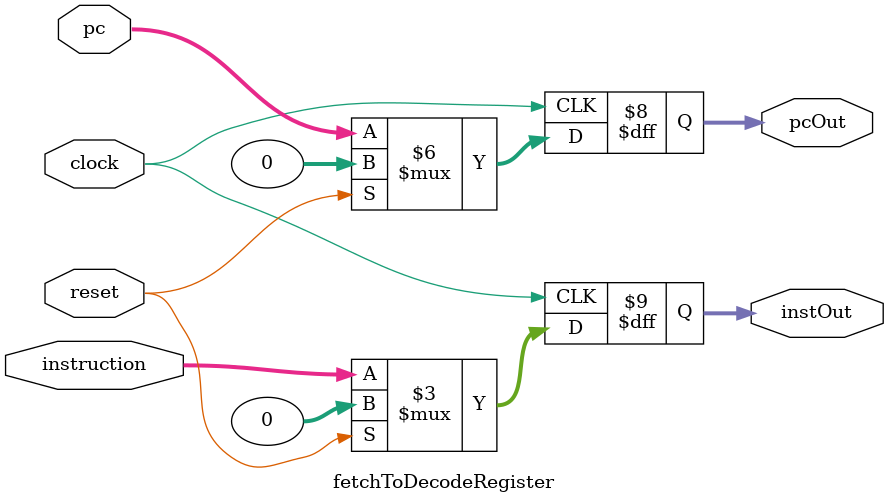
<source format=sv>
module fetchToDecodeRegister (
    input  logic clock,
    input  logic reset,
    input  logic [31:0] pc,
    input  logic [31:0] instruction,
    output logic [31:0] pcOut,
    output logic [31:0] instOut
);

    always_ff @(posedge clock) begin
        if (reset) begin
            pcOut   <= 32'b0;
            instOut <= 32'b0;
        end else begin
            pcOut   <= pc;
            instOut <= instruction;
        end
    end

endmodule

</source>
